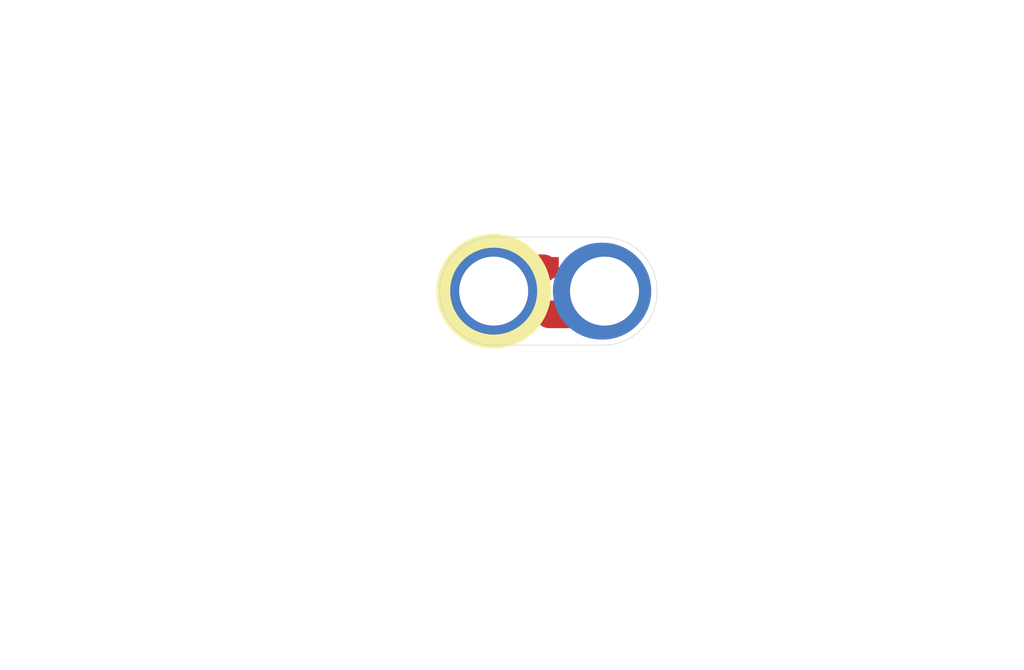
<source format=kicad_pcb>
(kicad_pcb (version 4) (host pcbnew 4.0.5-e0-6337~49~ubuntu16.04.1)

  (general
    (links 0)
    (no_connects 0)
    (area 104.572999 74.854999 178.510001 123.265001)
    (thickness 1.6)
    (drawings 17)
    (tracks 0)
    (zones 0)
    (modules 1)
    (nets 1)
  )

  (page USLetter)
  (title_block
    (title "1x2 Generic 1206 SMT Module")
    (date "18 Jan 2017")
    (rev 1.0)
    (company "All rights reserved.")
    (comment 1 help@browndoggadgets.com)
    (comment 2 http://browndoggadgets.com/)
    (comment 3 "Brown Dog Gadgets")
  )

  (layers
    (0 F.Cu signal)
    (31 B.Cu signal)
    (34 B.Paste user)
    (35 F.Paste user)
    (36 B.SilkS user)
    (37 F.SilkS user)
    (38 B.Mask user)
    (39 F.Mask user)
    (44 Edge.Cuts user)
    (46 B.CrtYd user)
    (47 F.CrtYd user)
    (48 B.Fab user)
    (49 F.Fab user)
  )

  (setup
    (last_trace_width 0.254)
    (user_trace_width 0.1524)
    (user_trace_width 0.254)
    (user_trace_width 0.3302)
    (user_trace_width 0.508)
    (user_trace_width 0.762)
    (user_trace_width 1.27)
    (trace_clearance 0.254)
    (zone_clearance 0.508)
    (zone_45_only no)
    (trace_min 0.1524)
    (segment_width 0.1524)
    (edge_width 0.1524)
    (via_size 0.6858)
    (via_drill 0.3302)
    (via_min_size 0.6858)
    (via_min_drill 0.3302)
    (user_via 0.6858 0.3302)
    (user_via 0.762 0.4064)
    (user_via 0.8636 0.508)
    (uvia_size 0.6858)
    (uvia_drill 0.3302)
    (uvias_allowed no)
    (uvia_min_size 0)
    (uvia_min_drill 0)
    (pcb_text_width 0.1524)
    (pcb_text_size 1.016 1.016)
    (mod_edge_width 0.1524)
    (mod_text_size 1.016 1.016)
    (mod_text_width 0.1524)
    (pad_size 1.524 1.524)
    (pad_drill 0.762)
    (pad_to_mask_clearance 0.0762)
    (solder_mask_min_width 0.1016)
    (pad_to_paste_clearance -0.0762)
    (aux_axis_origin 0 0)
    (visible_elements FFFEDF7D)
    (pcbplotparams
      (layerselection 0x310fc_80000001)
      (usegerberextensions true)
      (excludeedgelayer true)
      (linewidth 0.100000)
      (plotframeref false)
      (viasonmask false)
      (mode 1)
      (useauxorigin false)
      (hpglpennumber 1)
      (hpglpenspeed 20)
      (hpglpendiameter 15)
      (hpglpenoverlay 2)
      (psnegative false)
      (psa4output false)
      (plotreference true)
      (plotvalue true)
      (plotinvisibletext false)
      (padsonsilk false)
      (subtractmaskfromsilk false)
      (outputformat 1)
      (mirror false)
      (drillshape 0)
      (scaleselection 1)
      (outputdirectory gerbers))
  )

  (net 0 "")

  (net_class Default "This is the default net class."
    (clearance 0.254)
    (trace_width 0.254)
    (via_dia 0.6858)
    (via_drill 0.3302)
    (uvia_dia 0.6858)
    (uvia_drill 0.3302)
  )

  (module Crazy_Circuits:LED-SMT-1206-1x2-CENTER (layer F.Cu) (tedit 58A1F52F) (tstamp 587F7D62)
    (at 140.208 95.885)
    (descr "1206 surface mount centered 1x2")
    (fp_text reference LED (at 4.6 -3) (layer B.SilkS) hide
      (effects (font (size 1 1) (thickness 0.15)) (justify mirror))
    )
    (fp_text value GENERIC-SMT-1206-1x2-CENTER (at 4 5) (layer F.Fab) hide
      (effects (font (size 1 1) (thickness 0.15)))
    )
    (fp_line (start 3.683 -2.159) (end 4.445 -2.159) (layer F.Fab) (width 0.127))
    (fp_line (start 2.921 2.794) (end 2.921 -2.921) (layer F.Fab) (width 0.0464))
    (fp_line (start 5.08 2.794) (end 2.921 2.794) (layer F.Fab) (width 0.0464))
    (fp_line (start 5.08 -2.921) (end 5.08 2.794) (layer F.Fab) (width 0.0464))
    (fp_line (start 2.921 -2.921) (end 5.08 -2.921) (layer F.Fab) (width 0.0464))
    (fp_line (start 0 0) (end 0.1016 0) (layer B.Cu) (width 7))
    (fp_line (start -0.25 -1.65) (end 3.6 -1.65) (layer F.Cu) (width 2))
    (fp_text user "" (at 4 0 90) (layer B.SilkS)
      (effects (font (size 1 1) (thickness 0.15)) (justify mirror))
    )
    (fp_circle (center 0 0) (end 1 3.5) (layer F.SilkS) (width 1))
    (fp_line (start 4 1.675) (end 7.85 1.675) (layer F.Cu) (width 2))
    (fp_text user %R (at 4 0 90) (layer F.Fab)
      (effects (font (size 1 1) (thickness 0.15)))
    )
    (fp_line (start 8.1 -3.9) (end -0.1 -3.9) (layer Edge.Cuts) (width 0.04064))
    (fp_arc (start 7.9 0) (end 8 -3.9) (angle 178) (layer Edge.Cuts) (width 0.04064))
    (fp_arc (start 0 0) (end 0.1 3.9) (angle 181.4688007) (layer Edge.Cuts) (width 0.04064))
    (fp_line (start 8 3.9) (end 0.1 3.9) (layer Edge.Cuts) (width 0.04064))
    (fp_line (start 8.1 -3.9) (end -0.1 -3.9) (layer F.Fab) (width 0.04064))
    (fp_arc (start 7.9 0) (end 8 -3.9) (angle 178) (layer F.Fab) (width 0.04064))
    (fp_arc (start 0 0) (end 0.1 3.9) (angle 181.4688007) (layer F.Fab) (width 0.04064))
    (fp_line (start 8 3.9) (end 0.1 3.9) (layer F.Fab) (width 0.04064))
    (fp_line (start 0 0) (end 0.1016 0) (layer B.Mask) (width 7))
    (fp_line (start 7.7724 0) (end 7.874 0) (layer B.Cu) (width 7))
    (fp_line (start 7.7724 -0.0254) (end 7.874 -0.0254) (layer B.Mask) (width 7))
    (fp_line (start 3.683 2.032) (end 4.445 2.032) (layer F.Fab) (width 0.127))
    (fp_line (start 4.064 2.413) (end 4.064 1.651) (layer F.Fab) (width 0.127))
    (pad - smd rect (at 4 -1.71) (size 1.4 1.5) (layers F.Cu F.Paste F.Mask))
    (pad - thru_hole circle (at 0 0) (size 6 6) (drill 4.98) (layers *.Cu B.Mask))
    (pad + thru_hole circle (at 8 0) (size 6 6) (drill 4.98) (layers *.Cu B.Mask))
    (pad + smd rect (at 4 1.71) (size 1.4 1.4) (layers F.Cu F.Paste F.Mask))
  )

  (gr_circle (center 117.348 76.962) (end 118.618 76.962) (layer Dwgs.User) (width 0.15))
  (gr_line (start 114.427 78.994) (end 114.427 74.93) (angle 90) (layer Dwgs.User) (width 0.15))
  (gr_line (start 120.269 78.994) (end 114.427 78.994) (angle 90) (layer Dwgs.User) (width 0.15))
  (gr_line (start 120.269 74.93) (end 120.269 78.994) (angle 90) (layer Dwgs.User) (width 0.15))
  (gr_line (start 114.427 74.93) (end 120.269 74.93) (angle 90) (layer Dwgs.User) (width 0.15))
  (gr_line (start 120.523 93.98) (end 104.648 93.98) (angle 90) (layer Dwgs.User) (width 0.15))
  (gr_line (start 173.355 102.235) (end 173.355 94.615) (angle 90) (layer Dwgs.User) (width 0.15))
  (gr_line (start 178.435 102.235) (end 173.355 102.235) (angle 90) (layer Dwgs.User) (width 0.15))
  (gr_line (start 178.435 94.615) (end 178.435 102.235) (angle 90) (layer Dwgs.User) (width 0.15))
  (gr_line (start 173.355 94.615) (end 178.435 94.615) (angle 90) (layer Dwgs.User) (width 0.15))
  (gr_line (start 109.093 123.19) (end 109.093 114.3) (angle 90) (layer Dwgs.User) (width 0.15))
  (gr_line (start 122.428 123.19) (end 109.093 123.19) (angle 90) (layer Dwgs.User) (width 0.15))
  (gr_line (start 122.428 114.3) (end 122.428 123.19) (angle 90) (layer Dwgs.User) (width 0.15))
  (gr_line (start 109.093 114.3) (end 122.428 114.3) (angle 90) (layer Dwgs.User) (width 0.15))
  (gr_line (start 104.648 93.98) (end 104.648 82.55) (angle 90) (layer Dwgs.User) (width 0.15))
  (gr_line (start 120.523 82.55) (end 120.523 93.98) (angle 90) (layer Dwgs.User) (width 0.15))
  (gr_line (start 104.648 82.55) (end 120.523 82.55) (angle 90) (layer Dwgs.User) (width 0.15))

)

</source>
